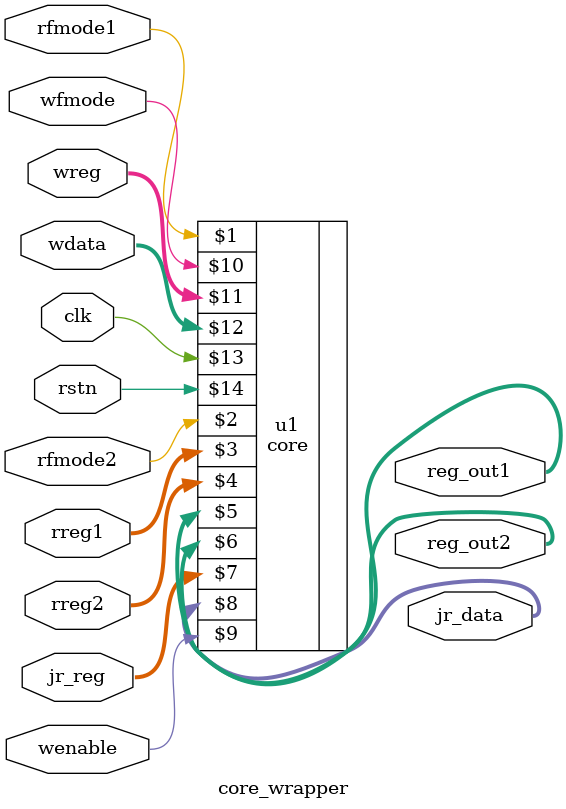
<source format=v>
`default_nettype none

module core_wrapper(
	input wire rfmode1,
	input wire rfmode2,
	input wire[4:0] rreg1,
	input wire[4:0] rreg2,
	output wire[31:0] reg_out1,
	output wire[31:0] reg_out2,
	input wire[4:0] jr_reg,
	output wire[31:0] jr_data,
	input wire wenable,
	input wire wfmode,
	input wire[4:0] wreg,
	input wire[31:0] wdata,
	input wire clk,
	input wire rstn
);

	core u1(
		rfmode1,
		rfmode2,
		rreg1,
		rreg2,
		reg_out1,
		reg_out2,
		jr_reg,
		jr_data,
		wenable,
		wfmode,
		wreg,
		wdata,
		clk,
		rstn
	);

endmodule //core

`default_nettype wire
</source>
